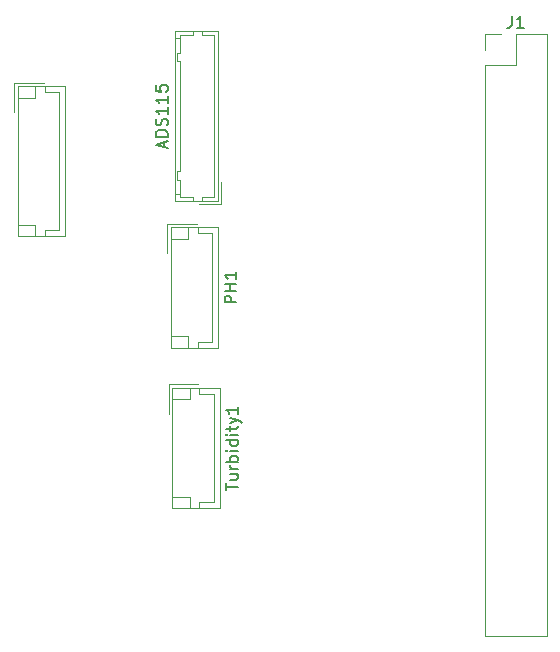
<source format=gbr>
%TF.GenerationSoftware,KiCad,Pcbnew,8.0.7*%
%TF.CreationDate,2025-01-03T13:54:27+07:00*%
%TF.ProjectId,Project Air bersih,50726f6a-6563-4742-9041-697220626572,rev?*%
%TF.SameCoordinates,Original*%
%TF.FileFunction,Legend,Top*%
%TF.FilePolarity,Positive*%
%FSLAX46Y46*%
G04 Gerber Fmt 4.6, Leading zero omitted, Abs format (unit mm)*
G04 Created by KiCad (PCBNEW 8.0.7) date 2025-01-03 13:54:27*
%MOMM*%
%LPD*%
G01*
G04 APERTURE LIST*
%ADD10C,0.150000*%
%ADD11C,0.120000*%
G04 APERTURE END LIST*
D10*
X134715819Y-75112428D02*
X134715819Y-74541000D01*
X135715819Y-74826714D02*
X134715819Y-74826714D01*
X135049152Y-73779095D02*
X135715819Y-73779095D01*
X135049152Y-74207666D02*
X135572961Y-74207666D01*
X135572961Y-74207666D02*
X135668200Y-74160047D01*
X135668200Y-74160047D02*
X135715819Y-74064809D01*
X135715819Y-74064809D02*
X135715819Y-73921952D01*
X135715819Y-73921952D02*
X135668200Y-73826714D01*
X135668200Y-73826714D02*
X135620580Y-73779095D01*
X135715819Y-73302904D02*
X135049152Y-73302904D01*
X135239628Y-73302904D02*
X135144390Y-73255285D01*
X135144390Y-73255285D02*
X135096771Y-73207666D01*
X135096771Y-73207666D02*
X135049152Y-73112428D01*
X135049152Y-73112428D02*
X135049152Y-73017190D01*
X135715819Y-72683856D02*
X134715819Y-72683856D01*
X135096771Y-72683856D02*
X135049152Y-72588618D01*
X135049152Y-72588618D02*
X135049152Y-72398142D01*
X135049152Y-72398142D02*
X135096771Y-72302904D01*
X135096771Y-72302904D02*
X135144390Y-72255285D01*
X135144390Y-72255285D02*
X135239628Y-72207666D01*
X135239628Y-72207666D02*
X135525342Y-72207666D01*
X135525342Y-72207666D02*
X135620580Y-72255285D01*
X135620580Y-72255285D02*
X135668200Y-72302904D01*
X135668200Y-72302904D02*
X135715819Y-72398142D01*
X135715819Y-72398142D02*
X135715819Y-72588618D01*
X135715819Y-72588618D02*
X135668200Y-72683856D01*
X135715819Y-71779094D02*
X135049152Y-71779094D01*
X134715819Y-71779094D02*
X134763438Y-71826713D01*
X134763438Y-71826713D02*
X134811057Y-71779094D01*
X134811057Y-71779094D02*
X134763438Y-71731475D01*
X134763438Y-71731475D02*
X134715819Y-71779094D01*
X134715819Y-71779094D02*
X134811057Y-71779094D01*
X135715819Y-70874333D02*
X134715819Y-70874333D01*
X135668200Y-70874333D02*
X135715819Y-70969571D01*
X135715819Y-70969571D02*
X135715819Y-71160047D01*
X135715819Y-71160047D02*
X135668200Y-71255285D01*
X135668200Y-71255285D02*
X135620580Y-71302904D01*
X135620580Y-71302904D02*
X135525342Y-71350523D01*
X135525342Y-71350523D02*
X135239628Y-71350523D01*
X135239628Y-71350523D02*
X135144390Y-71302904D01*
X135144390Y-71302904D02*
X135096771Y-71255285D01*
X135096771Y-71255285D02*
X135049152Y-71160047D01*
X135049152Y-71160047D02*
X135049152Y-70969571D01*
X135049152Y-70969571D02*
X135096771Y-70874333D01*
X135715819Y-70398142D02*
X135049152Y-70398142D01*
X134715819Y-70398142D02*
X134763438Y-70445761D01*
X134763438Y-70445761D02*
X134811057Y-70398142D01*
X134811057Y-70398142D02*
X134763438Y-70350523D01*
X134763438Y-70350523D02*
X134715819Y-70398142D01*
X134715819Y-70398142D02*
X134811057Y-70398142D01*
X135049152Y-70064809D02*
X135049152Y-69683857D01*
X134715819Y-69921952D02*
X135572961Y-69921952D01*
X135572961Y-69921952D02*
X135668200Y-69874333D01*
X135668200Y-69874333D02*
X135715819Y-69779095D01*
X135715819Y-69779095D02*
X135715819Y-69683857D01*
X135049152Y-69445761D02*
X135715819Y-69207666D01*
X135049152Y-68969571D02*
X135715819Y-69207666D01*
X135715819Y-69207666D02*
X135953914Y-69302904D01*
X135953914Y-69302904D02*
X136001533Y-69350523D01*
X136001533Y-69350523D02*
X136049152Y-69445761D01*
X135715819Y-68064809D02*
X135715819Y-68636237D01*
X135715819Y-68350523D02*
X134715819Y-68350523D01*
X134715819Y-68350523D02*
X134858676Y-68445761D01*
X134858676Y-68445761D02*
X134953914Y-68540999D01*
X134953914Y-68540999D02*
X135001533Y-68636237D01*
X129476104Y-46081856D02*
X129476104Y-45605666D01*
X129761819Y-46177094D02*
X128761819Y-45843761D01*
X128761819Y-45843761D02*
X129761819Y-45510428D01*
X129761819Y-45177094D02*
X128761819Y-45177094D01*
X128761819Y-45177094D02*
X128761819Y-44938999D01*
X128761819Y-44938999D02*
X128809438Y-44796142D01*
X128809438Y-44796142D02*
X128904676Y-44700904D01*
X128904676Y-44700904D02*
X128999914Y-44653285D01*
X128999914Y-44653285D02*
X129190390Y-44605666D01*
X129190390Y-44605666D02*
X129333247Y-44605666D01*
X129333247Y-44605666D02*
X129523723Y-44653285D01*
X129523723Y-44653285D02*
X129618961Y-44700904D01*
X129618961Y-44700904D02*
X129714200Y-44796142D01*
X129714200Y-44796142D02*
X129761819Y-44938999D01*
X129761819Y-44938999D02*
X129761819Y-45177094D01*
X129714200Y-44224713D02*
X129761819Y-44081856D01*
X129761819Y-44081856D02*
X129761819Y-43843761D01*
X129761819Y-43843761D02*
X129714200Y-43748523D01*
X129714200Y-43748523D02*
X129666580Y-43700904D01*
X129666580Y-43700904D02*
X129571342Y-43653285D01*
X129571342Y-43653285D02*
X129476104Y-43653285D01*
X129476104Y-43653285D02*
X129380866Y-43700904D01*
X129380866Y-43700904D02*
X129333247Y-43748523D01*
X129333247Y-43748523D02*
X129285628Y-43843761D01*
X129285628Y-43843761D02*
X129238009Y-44034237D01*
X129238009Y-44034237D02*
X129190390Y-44129475D01*
X129190390Y-44129475D02*
X129142771Y-44177094D01*
X129142771Y-44177094D02*
X129047533Y-44224713D01*
X129047533Y-44224713D02*
X128952295Y-44224713D01*
X128952295Y-44224713D02*
X128857057Y-44177094D01*
X128857057Y-44177094D02*
X128809438Y-44129475D01*
X128809438Y-44129475D02*
X128761819Y-44034237D01*
X128761819Y-44034237D02*
X128761819Y-43796142D01*
X128761819Y-43796142D02*
X128809438Y-43653285D01*
X129761819Y-42700904D02*
X129761819Y-43272332D01*
X129761819Y-42986618D02*
X128761819Y-42986618D01*
X128761819Y-42986618D02*
X128904676Y-43081856D01*
X128904676Y-43081856D02*
X128999914Y-43177094D01*
X128999914Y-43177094D02*
X129047533Y-43272332D01*
X129761819Y-41748523D02*
X129761819Y-42319951D01*
X129761819Y-42034237D02*
X128761819Y-42034237D01*
X128761819Y-42034237D02*
X128904676Y-42129475D01*
X128904676Y-42129475D02*
X128999914Y-42224713D01*
X128999914Y-42224713D02*
X129047533Y-42319951D01*
X128761819Y-40843761D02*
X128761819Y-41319951D01*
X128761819Y-41319951D02*
X129238009Y-41367570D01*
X129238009Y-41367570D02*
X129190390Y-41319951D01*
X129190390Y-41319951D02*
X129142771Y-41224713D01*
X129142771Y-41224713D02*
X129142771Y-40986618D01*
X129142771Y-40986618D02*
X129190390Y-40891380D01*
X129190390Y-40891380D02*
X129238009Y-40843761D01*
X129238009Y-40843761D02*
X129333247Y-40796142D01*
X129333247Y-40796142D02*
X129571342Y-40796142D01*
X129571342Y-40796142D02*
X129666580Y-40843761D01*
X129666580Y-40843761D02*
X129714200Y-40891380D01*
X129714200Y-40891380D02*
X129761819Y-40986618D01*
X129761819Y-40986618D02*
X129761819Y-41224713D01*
X129761819Y-41224713D02*
X129714200Y-41319951D01*
X129714200Y-41319951D02*
X129666580Y-41367570D01*
X158924666Y-34970819D02*
X158924666Y-35685104D01*
X158924666Y-35685104D02*
X158877047Y-35827961D01*
X158877047Y-35827961D02*
X158781809Y-35923200D01*
X158781809Y-35923200D02*
X158638952Y-35970819D01*
X158638952Y-35970819D02*
X158543714Y-35970819D01*
X159924666Y-35970819D02*
X159353238Y-35970819D01*
X159638952Y-35970819D02*
X159638952Y-34970819D01*
X159638952Y-34970819D02*
X159543714Y-35113676D01*
X159543714Y-35113676D02*
X159448476Y-35208914D01*
X159448476Y-35208914D02*
X159353238Y-35256533D01*
X135588819Y-59213904D02*
X134588819Y-59213904D01*
X134588819Y-59213904D02*
X134588819Y-58832952D01*
X134588819Y-58832952D02*
X134636438Y-58737714D01*
X134636438Y-58737714D02*
X134684057Y-58690095D01*
X134684057Y-58690095D02*
X134779295Y-58642476D01*
X134779295Y-58642476D02*
X134922152Y-58642476D01*
X134922152Y-58642476D02*
X135017390Y-58690095D01*
X135017390Y-58690095D02*
X135065009Y-58737714D01*
X135065009Y-58737714D02*
X135112628Y-58832952D01*
X135112628Y-58832952D02*
X135112628Y-59213904D01*
X135588819Y-58213904D02*
X134588819Y-58213904D01*
X135065009Y-58213904D02*
X135065009Y-57642476D01*
X135588819Y-57642476D02*
X134588819Y-57642476D01*
X135588819Y-56642476D02*
X135588819Y-57213904D01*
X135588819Y-56928190D02*
X134588819Y-56928190D01*
X134588819Y-56928190D02*
X134731676Y-57023428D01*
X134731676Y-57023428D02*
X134826914Y-57118666D01*
X134826914Y-57118666D02*
X134874533Y-57213904D01*
D11*
%TO.C,Ultrasonic1*%
X119270000Y-40604000D02*
X116770000Y-40604000D01*
X116770000Y-40604000D02*
X116770000Y-43104000D01*
X121090000Y-40904000D02*
X117070000Y-40904000D01*
X119380000Y-40904000D02*
X119380000Y-41404000D01*
X118570000Y-40904000D02*
X118570000Y-41904000D01*
X117070000Y-40904000D02*
X117070000Y-53624000D01*
X120590000Y-41404000D02*
X120590000Y-53124000D01*
X119380000Y-41404000D02*
X120590000Y-41404000D01*
X118570000Y-41904000D02*
X117070000Y-41904000D01*
X118570000Y-52624000D02*
X117070000Y-52624000D01*
X120590000Y-53124000D02*
X119380000Y-53124000D01*
X119380000Y-53124000D02*
X119380000Y-53624000D01*
X121090000Y-53624000D02*
X121090000Y-40904000D01*
X118570000Y-53624000D02*
X118570000Y-52624000D01*
X117070000Y-53624000D02*
X121090000Y-53624000D01*
%TO.C,Turbidity1*%
X132351000Y-66131000D02*
X129851000Y-66131000D01*
X129851000Y-66131000D02*
X129851000Y-68631000D01*
X134171000Y-66431000D02*
X130151000Y-66431000D01*
X132461000Y-66431000D02*
X132461000Y-66931000D01*
X131651000Y-66431000D02*
X131651000Y-67431000D01*
X130151000Y-66431000D02*
X130151000Y-76651000D01*
X133671000Y-66931000D02*
X133671000Y-76151000D01*
X132461000Y-66931000D02*
X133671000Y-66931000D01*
X131651000Y-67431000D02*
X130151000Y-67431000D01*
X131651000Y-75651000D02*
X130151000Y-75651000D01*
X133671000Y-76151000D02*
X132461000Y-76151000D01*
X132461000Y-76151000D02*
X132461000Y-76651000D01*
X134171000Y-76651000D02*
X134171000Y-66431000D01*
X131651000Y-76651000D02*
X131651000Y-75651000D01*
X130151000Y-76651000D02*
X134171000Y-76651000D01*
%TO.C,ADS115*%
X132407000Y-50919000D02*
X134317000Y-50919000D01*
X134317000Y-50919000D02*
X134317000Y-49009000D01*
X130407000Y-50609000D02*
X134007000Y-50609000D01*
X131957000Y-50609000D02*
X131957000Y-50309000D01*
X132707000Y-50609000D02*
X132707000Y-50309000D01*
X134007000Y-50609000D02*
X134007000Y-36259000D01*
X130857000Y-50309000D02*
X130857000Y-50009000D01*
X131957000Y-50309000D02*
X130857000Y-50309000D01*
X132707000Y-50309000D02*
X133707000Y-50309000D01*
X133707000Y-50309000D02*
X133707000Y-36559000D01*
X130857000Y-50009000D02*
X130407000Y-50009000D01*
X130857000Y-50009000D02*
X130857000Y-48809000D01*
X130557000Y-48809000D02*
X130557000Y-48059000D01*
X130857000Y-48809000D02*
X130557000Y-48809000D01*
X130557000Y-48059000D02*
X130857000Y-48059000D01*
X130857000Y-48059000D02*
X130857000Y-38809000D01*
X130557000Y-38809000D02*
X130557000Y-38059000D01*
X130857000Y-38809000D02*
X130557000Y-38809000D01*
X130557000Y-38059000D02*
X130857000Y-38059000D01*
X130857000Y-38059000D02*
X130857000Y-36859000D01*
X130857000Y-36859000D02*
X130407000Y-36859000D01*
X130857000Y-36559000D02*
X130857000Y-36859000D01*
X131957000Y-36559000D02*
X130857000Y-36559000D01*
X132707000Y-36559000D02*
X132707000Y-36259000D01*
X133707000Y-36559000D02*
X132707000Y-36559000D01*
X130407000Y-36259000D02*
X130407000Y-50609000D01*
X131957000Y-36259000D02*
X131957000Y-36559000D01*
X134007000Y-36259000D02*
X130407000Y-36259000D01*
%TO.C,J1*%
X156658000Y-36516000D02*
X157988000Y-36516000D01*
X156658000Y-37846000D02*
X156658000Y-36516000D01*
X156658000Y-39116000D02*
X156658000Y-87436000D01*
X156658000Y-39116000D02*
X159258000Y-39116000D01*
X156658000Y-87436000D02*
X161858000Y-87436000D01*
X159258000Y-36516000D02*
X161858000Y-36516000D01*
X159258000Y-39116000D02*
X159258000Y-36516000D01*
X161858000Y-36516000D02*
X161858000Y-87436000D01*
%TO.C,PH1*%
X132224000Y-52542000D02*
X129724000Y-52542000D01*
X129724000Y-52542000D02*
X129724000Y-55042000D01*
X134044000Y-52842000D02*
X130024000Y-52842000D01*
X132334000Y-52842000D02*
X132334000Y-53342000D01*
X131524000Y-52842000D02*
X131524000Y-53842000D01*
X130024000Y-52842000D02*
X130024000Y-63062000D01*
X133544000Y-53342000D02*
X133544000Y-62562000D01*
X132334000Y-53342000D02*
X133544000Y-53342000D01*
X131524000Y-53842000D02*
X130024000Y-53842000D01*
X131524000Y-62062000D02*
X130024000Y-62062000D01*
X133544000Y-62562000D02*
X132334000Y-62562000D01*
X132334000Y-62562000D02*
X132334000Y-63062000D01*
X134044000Y-63062000D02*
X134044000Y-52842000D01*
X131524000Y-63062000D02*
X131524000Y-62062000D01*
X130024000Y-63062000D02*
X134044000Y-63062000D01*
%TD*%
M02*

</source>
